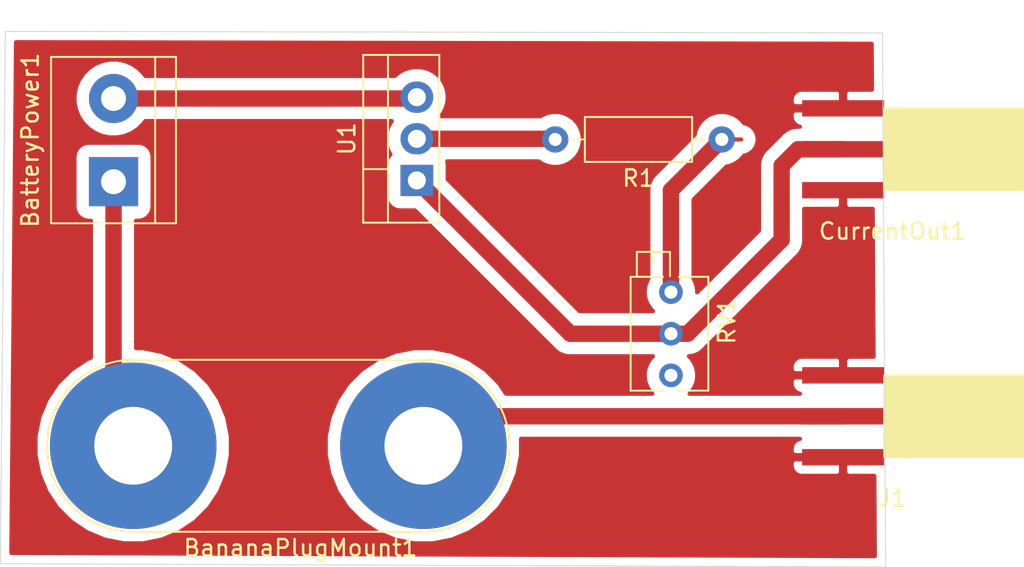
<source format=kicad_pcb>
(kicad_pcb (version 20171130) (host pcbnew 5.1.5+dfsg1-2build2)

  (general
    (thickness 1.6)
    (drawings 4)
    (tracks 19)
    (zones 0)
    (modules 7)
    (nets 9)
  )

  (page A4)
  (layers
    (0 F.Cu signal)
    (31 B.Cu signal)
    (32 B.Adhes user)
    (33 F.Adhes user)
    (34 B.Paste user)
    (35 F.Paste user)
    (36 B.SilkS user)
    (37 F.SilkS user)
    (38 B.Mask user)
    (39 F.Mask user)
    (40 Dwgs.User user)
    (41 Cmts.User user)
    (42 Eco1.User user)
    (43 Eco2.User user)
    (44 Edge.Cuts user)
    (45 Margin user)
    (46 B.CrtYd user)
    (47 F.CrtYd user)
    (48 B.Fab user)
    (49 F.Fab user)
  )

  (setup
    (last_trace_width 1)
    (trace_clearance 0.75)
    (zone_clearance 0.508)
    (zone_45_only no)
    (trace_min 0.2)
    (via_size 0.8)
    (via_drill 0.4)
    (via_min_size 0.4)
    (via_min_drill 0.3)
    (uvia_size 0.3)
    (uvia_drill 0.1)
    (uvias_allowed no)
    (uvia_min_size 0.2)
    (uvia_min_drill 0.1)
    (edge_width 0.05)
    (segment_width 0.2)
    (pcb_text_width 0.3)
    (pcb_text_size 1.5 1.5)
    (mod_edge_width 0.12)
    (mod_text_size 1 1)
    (mod_text_width 0.15)
    (pad_size 10.16 10.16)
    (pad_drill 4.75)
    (pad_to_mask_clearance 0.05)
    (aux_axis_origin 0 0)
    (visible_elements FFFFFF7F)
    (pcbplotparams
      (layerselection 0x01000_7fffffff)
      (usegerberextensions false)
      (usegerberattributes true)
      (usegerberadvancedattributes true)
      (creategerberjobfile true)
      (excludeedgelayer true)
      (linewidth 0.100000)
      (plotframeref false)
      (viasonmask false)
      (mode 1)
      (useauxorigin false)
      (hpglpennumber 1)
      (hpglpenspeed 20)
      (hpglpendiameter 15.000000)
      (psnegative false)
      (psa4output false)
      (plotreference true)
      (plotvalue true)
      (plotinvisibletext false)
      (padsonsilk false)
      (subtractmaskfromsilk false)
      (outputformat 1)
      (mirror false)
      (drillshape 0)
      (scaleselection 1)
      (outputdirectory ""))
  )

  (net 0 "")
  (net 1 "Net-(BananaPlugMount1-Pad2)")
  (net 2 "Net-(BananaPlugMount1-Pad1)")
  (net 3 "Net-(BatteryPower1-Pad2)")
  (net 4 "Net-(R1-Pad2)")
  (net 5 "Net-(R1-Pad1)")
  (net 6 "Net-(RV1-Pad1)")
  (net 7 GND)
  (net 8 "Net-(CurrentOut1-Pad1)")

  (net_class Default "This is the default net class."
    (clearance 0.75)
    (trace_width 1)
    (via_dia 0.8)
    (via_drill 0.4)
    (uvia_dia 0.3)
    (uvia_drill 0.1)
    (add_net GND)
    (add_net "Net-(BananaPlugMount1-Pad1)")
    (add_net "Net-(BananaPlugMount1-Pad2)")
    (add_net "Net-(BatteryPower1-Pad2)")
    (add_net "Net-(CurrentOut1-Pad1)")
    (add_net "Net-(R1-Pad1)")
    (add_net "Net-(R1-Pad2)")
    (add_net "Net-(RV1-Pad1)")
  )

  (module Potentiometer_THT:Potentiometer_Bourns_3266Z_Horizontal (layer F.Cu) (tedit 5A3D4994) (tstamp 625560C4)
    (at 110.5 150.8 270)
    (descr "Potentiometer, horizontal, Bourns 3266Z, https://www.bourns.com/docs/Product-Datasheets/3266.pdf")
    (tags "Potentiometer horizontal Bourns 3266Z")
    (path /6255359D)
    (fp_text reference RV1 (at -3.3 -3.41 90) (layer F.SilkS)
      (effects (font (size 1 1) (thickness 0.15)))
    )
    (fp_text value R_POT_TRIM_US (at -3.3 3.59 90) (layer F.Fab)
      (effects (font (size 1 1) (thickness 0.15)))
    )
    (fp_text user %R (at -2.54 0.09 90) (layer F.Fab)
      (effects (font (size 1 1) (thickness 0.15)))
    )
    (fp_line (start -5.895 -2.16) (end -5.895 2.34) (layer F.Fab) (width 0.1))
    (fp_line (start -5.895 2.34) (end 0.815 2.34) (layer F.Fab) (width 0.1))
    (fp_line (start 0.815 2.34) (end 0.815 -2.16) (layer F.Fab) (width 0.1))
    (fp_line (start 0.815 -2.16) (end -5.895 -2.16) (layer F.Fab) (width 0.1))
    (fp_line (start -7.415 0.18) (end -7.415 1.96) (layer F.Fab) (width 0.1))
    (fp_line (start -7.415 1.96) (end -5.895 1.96) (layer F.Fab) (width 0.1))
    (fp_line (start -5.895 1.96) (end -5.895 0.18) (layer F.Fab) (width 0.1))
    (fp_line (start -5.895 0.18) (end -7.415 0.18) (layer F.Fab) (width 0.1))
    (fp_line (start -7.415 1.07) (end -6.655 1.07) (layer F.Fab) (width 0.1))
    (fp_line (start -6.015 -2.28) (end 0.935 -2.28) (layer F.SilkS) (width 0.12))
    (fp_line (start -6.015 2.46) (end 0.935 2.46) (layer F.SilkS) (width 0.12))
    (fp_line (start -6.015 -2.28) (end -6.015 -0.494) (layer F.SilkS) (width 0.12))
    (fp_line (start -6.015 0.496) (end -6.015 2.46) (layer F.SilkS) (width 0.12))
    (fp_line (start 0.935 -2.28) (end 0.935 -0.494) (layer F.SilkS) (width 0.12))
    (fp_line (start 0.935 0.496) (end 0.935 2.46) (layer F.SilkS) (width 0.12))
    (fp_line (start -7.535 0.06) (end -6.056 0.06) (layer F.SilkS) (width 0.12))
    (fp_line (start -7.535 2.08) (end -6.016 2.08) (layer F.SilkS) (width 0.12))
    (fp_line (start -7.535 0.06) (end -7.535 2.08) (layer F.SilkS) (width 0.12))
    (fp_line (start -6.016 0.496) (end -6.016 2.08) (layer F.SilkS) (width 0.12))
    (fp_line (start -7.535 1.07) (end -6.776 1.07) (layer F.SilkS) (width 0.12))
    (fp_line (start -7.7 -2.45) (end -7.7 2.6) (layer F.CrtYd) (width 0.05))
    (fp_line (start -7.7 2.6) (end 1.1 2.6) (layer F.CrtYd) (width 0.05))
    (fp_line (start 1.1 2.6) (end 1.1 -2.45) (layer F.CrtYd) (width 0.05))
    (fp_line (start 1.1 -2.45) (end -7.7 -2.45) (layer F.CrtYd) (width 0.05))
    (pad 3 thru_hole circle (at -5.08 0 270) (size 1.44 1.44) (drill 0.8) (layers *.Cu *.Mask)
      (net 5 "Net-(R1-Pad1)"))
    (pad 2 thru_hole circle (at -2.54 0 270) (size 1.44 1.44) (drill 0.8) (layers *.Cu *.Mask)
      (net 8 "Net-(CurrentOut1-Pad1)"))
    (pad 1 thru_hole circle (at 0 0 270) (size 1.44 1.44) (drill 0.8) (layers *.Cu *.Mask)
      (net 6 "Net-(RV1-Pad1)"))
    (model ${KISYS3DMOD}/Potentiometer_THT.3dshapes/Potentiometer_Bourns_3266Z_Horizontal.wrl
      (at (xyz 0 0 0))
      (scale (xyz 1 1 1))
      (rotate (xyz 0 0 0))
    )
  )

  (module custom-footprints:amazon-sma-connector (layer F.Cu) (tedit 6248B7DA) (tstamp 62556A88)
    (at 124 158.8 180)
    (path /62564425)
    (fp_text reference J1 (at 0 0.5) (layer F.SilkS)
      (effects (font (size 1 1) (thickness 0.15)))
    )
    (fp_text value Conn_Coaxial (at 0 -0.5) (layer F.Fab)
      (effects (font (size 1 1) (thickness 0.15)))
    )
    (fp_poly (pts (xy 0.5 8) (xy -8 8) (xy -8 3) (xy 0.5 3)) (layer F.SilkS) (width 0.1))
    (pad 2 connect rect (at 3 8 180) (size 5 1) (layers F.Cu F.Mask)
      (net 7 GND))
    (pad 1 connect rect (at 3 5.5 180) (size 5 1) (layers F.Cu F.Mask)
      (net 2 "Net-(BananaPlugMount1-Pad1)"))
    (pad 2 connect rect (at 3 3 180) (size 5 1) (layers F.Cu F.Mask)
      (net 7 GND))
  )

  (module custom-footprints:amazon-sma-connector (layer F.Cu) (tedit 6248B7DA) (tstamp 62556A80)
    (at 124 142.5 180)
    (path /625613FD)
    (fp_text reference CurrentOut1 (at 0 0.5) (layer F.SilkS)
      (effects (font (size 1 1) (thickness 0.15)))
    )
    (fp_text value Conn_Coaxial (at 0 -0.5) (layer F.Fab)
      (effects (font (size 1 1) (thickness 0.15)))
    )
    (fp_poly (pts (xy 0.5 8) (xy -8 8) (xy -8 3) (xy 0.5 3)) (layer F.SilkS) (width 0.1))
    (pad 2 connect rect (at 3 8 180) (size 5 1) (layers F.Cu F.Mask)
      (net 7 GND))
    (pad 1 connect rect (at 3 5.5 180) (size 5 1) (layers F.Cu F.Mask)
      (net 8 "Net-(CurrentOut1-Pad1)"))
    (pad 2 connect rect (at 3 3 180) (size 5 1) (layers F.Cu F.Mask)
      (net 7 GND))
  )

  (module Package_TO_SOT_THT:TO-220-3_Vertical (layer F.Cu) (tedit 5AC8BA0D) (tstamp 625560DE)
    (at 95 138.9 90)
    (descr "TO-220-3, Vertical, RM 2.54mm, see https://www.vishay.com/docs/66542/to-220-1.pdf")
    (tags "TO-220-3 Vertical RM 2.54mm")
    (path /625509C6)
    (fp_text reference U1 (at 2.54 -4.27 90) (layer F.SilkS)
      (effects (font (size 1 1) (thickness 0.15)))
    )
    (fp_text value LM317_TO-220 (at 2.54 2.5 90) (layer F.Fab)
      (effects (font (size 1 1) (thickness 0.15)))
    )
    (fp_text user %R (at 2.54 -4.27 90) (layer F.Fab)
      (effects (font (size 1 1) (thickness 0.15)))
    )
    (fp_line (start -2.46 -3.15) (end -2.46 1.25) (layer F.Fab) (width 0.1))
    (fp_line (start -2.46 1.25) (end 7.54 1.25) (layer F.Fab) (width 0.1))
    (fp_line (start 7.54 1.25) (end 7.54 -3.15) (layer F.Fab) (width 0.1))
    (fp_line (start 7.54 -3.15) (end -2.46 -3.15) (layer F.Fab) (width 0.1))
    (fp_line (start -2.46 -1.88) (end 7.54 -1.88) (layer F.Fab) (width 0.1))
    (fp_line (start 0.69 -3.15) (end 0.69 -1.88) (layer F.Fab) (width 0.1))
    (fp_line (start 4.39 -3.15) (end 4.39 -1.88) (layer F.Fab) (width 0.1))
    (fp_line (start -2.58 -3.27) (end 7.66 -3.27) (layer F.SilkS) (width 0.12))
    (fp_line (start -2.58 1.371) (end 7.66 1.371) (layer F.SilkS) (width 0.12))
    (fp_line (start -2.58 -3.27) (end -2.58 1.371) (layer F.SilkS) (width 0.12))
    (fp_line (start 7.66 -3.27) (end 7.66 1.371) (layer F.SilkS) (width 0.12))
    (fp_line (start -2.58 -1.76) (end 7.66 -1.76) (layer F.SilkS) (width 0.12))
    (fp_line (start 0.69 -3.27) (end 0.69 -1.76) (layer F.SilkS) (width 0.12))
    (fp_line (start 4.391 -3.27) (end 4.391 -1.76) (layer F.SilkS) (width 0.12))
    (fp_line (start -2.71 -3.4) (end -2.71 1.51) (layer F.CrtYd) (width 0.05))
    (fp_line (start -2.71 1.51) (end 7.79 1.51) (layer F.CrtYd) (width 0.05))
    (fp_line (start 7.79 1.51) (end 7.79 -3.4) (layer F.CrtYd) (width 0.05))
    (fp_line (start 7.79 -3.4) (end -2.71 -3.4) (layer F.CrtYd) (width 0.05))
    (pad 3 thru_hole oval (at 5.08 0 90) (size 1.905 2) (drill 1.1) (layers *.Cu *.Mask)
      (net 3 "Net-(BatteryPower1-Pad2)"))
    (pad 2 thru_hole oval (at 2.54 0 90) (size 1.905 2) (drill 1.1) (layers *.Cu *.Mask)
      (net 4 "Net-(R1-Pad2)"))
    (pad 1 thru_hole rect (at 0 0 90) (size 1.905 2) (drill 1.1) (layers *.Cu *.Mask)
      (net 8 "Net-(CurrentOut1-Pad1)"))
    (model ${KISYS3DMOD}/Package_TO_SOT_THT.3dshapes/TO-220-3_Vertical.wrl
      (at (xyz 0 0 0))
      (scale (xyz 1 1 1))
      (rotate (xyz 0 0 0))
    )
  )

  (module Resistor_THT:R_Axial_DIN0207_L6.3mm_D2.5mm_P10.16mm_Horizontal (layer F.Cu) (tedit 5AE5139B) (tstamp 625560A4)
    (at 113.6 136.4 180)
    (descr "Resistor, Axial_DIN0207 series, Axial, Horizontal, pin pitch=10.16mm, 0.25W = 1/4W, length*diameter=6.3*2.5mm^2, http://cdn-reichelt.de/documents/datenblatt/B400/1_4W%23YAG.pdf")
    (tags "Resistor Axial_DIN0207 series Axial Horizontal pin pitch 10.16mm 0.25W = 1/4W length 6.3mm diameter 2.5mm")
    (path /625559F2)
    (fp_text reference R1 (at 5.08 -2.37) (layer F.SilkS)
      (effects (font (size 1 1) (thickness 0.15)))
    )
    (fp_text value R_Small_US (at 5.08 2.37) (layer F.Fab)
      (effects (font (size 1 1) (thickness 0.15)))
    )
    (fp_text user %R (at 5.08 0) (layer F.Fab)
      (effects (font (size 1 1) (thickness 0.15)))
    )
    (fp_line (start 1.93 -1.25) (end 1.93 1.25) (layer F.Fab) (width 0.1))
    (fp_line (start 1.93 1.25) (end 8.23 1.25) (layer F.Fab) (width 0.1))
    (fp_line (start 8.23 1.25) (end 8.23 -1.25) (layer F.Fab) (width 0.1))
    (fp_line (start 8.23 -1.25) (end 1.93 -1.25) (layer F.Fab) (width 0.1))
    (fp_line (start 0 0) (end 1.93 0) (layer F.Fab) (width 0.1))
    (fp_line (start 10.16 0) (end 8.23 0) (layer F.Fab) (width 0.1))
    (fp_line (start 1.81 -1.37) (end 1.81 1.37) (layer F.SilkS) (width 0.12))
    (fp_line (start 1.81 1.37) (end 8.35 1.37) (layer F.SilkS) (width 0.12))
    (fp_line (start 8.35 1.37) (end 8.35 -1.37) (layer F.SilkS) (width 0.12))
    (fp_line (start 8.35 -1.37) (end 1.81 -1.37) (layer F.SilkS) (width 0.12))
    (fp_line (start 1.04 0) (end 1.81 0) (layer F.SilkS) (width 0.12))
    (fp_line (start 9.12 0) (end 8.35 0) (layer F.SilkS) (width 0.12))
    (fp_line (start -1.05 -1.5) (end -1.05 1.5) (layer F.CrtYd) (width 0.05))
    (fp_line (start -1.05 1.5) (end 11.21 1.5) (layer F.CrtYd) (width 0.05))
    (fp_line (start 11.21 1.5) (end 11.21 -1.5) (layer F.CrtYd) (width 0.05))
    (fp_line (start 11.21 -1.5) (end -1.05 -1.5) (layer F.CrtYd) (width 0.05))
    (pad 2 thru_hole oval (at 10.16 0 180) (size 1.6 1.6) (drill 0.8) (layers *.Cu *.Mask)
      (net 4 "Net-(R1-Pad2)"))
    (pad 1 thru_hole circle (at 0 0 180) (size 1.6 1.6) (drill 0.8) (layers *.Cu *.Mask)
      (net 5 "Net-(R1-Pad1)"))
    (model ${KISYS3DMOD}/Resistor_THT.3dshapes/R_Axial_DIN0207_L6.3mm_D2.5mm_P10.16mm_Horizontal.wrl
      (at (xyz 0 0 0))
      (scale (xyz 1 1 1))
      (rotate (xyz 0 0 0))
    )
  )

  (module TerminalBlock:TerminalBlock_bornier-2_P5.08mm (layer F.Cu) (tedit 59FF03AB) (tstamp 6255608D)
    (at 76.5 138.98 90)
    (descr "simple 2-pin terminal block, pitch 5.08mm, revamped version of bornier2")
    (tags "terminal block bornier2")
    (path /6254F4E7)
    (fp_text reference BatteryPower1 (at 2.54 -5.08 90) (layer F.SilkS)
      (effects (font (size 1 1) (thickness 0.15)))
    )
    (fp_text value Screw_Terminal_01x02 (at 2.54 5.08 90) (layer F.Fab)
      (effects (font (size 1 1) (thickness 0.15)))
    )
    (fp_text user %R (at 2.54 0 90) (layer F.Fab)
      (effects (font (size 1 1) (thickness 0.15)))
    )
    (fp_line (start -2.41 2.55) (end 7.49 2.55) (layer F.Fab) (width 0.1))
    (fp_line (start -2.46 -3.75) (end -2.46 3.75) (layer F.Fab) (width 0.1))
    (fp_line (start -2.46 3.75) (end 7.54 3.75) (layer F.Fab) (width 0.1))
    (fp_line (start 7.54 3.75) (end 7.54 -3.75) (layer F.Fab) (width 0.1))
    (fp_line (start 7.54 -3.75) (end -2.46 -3.75) (layer F.Fab) (width 0.1))
    (fp_line (start 7.62 2.54) (end -2.54 2.54) (layer F.SilkS) (width 0.12))
    (fp_line (start 7.62 3.81) (end 7.62 -3.81) (layer F.SilkS) (width 0.12))
    (fp_line (start 7.62 -3.81) (end -2.54 -3.81) (layer F.SilkS) (width 0.12))
    (fp_line (start -2.54 -3.81) (end -2.54 3.81) (layer F.SilkS) (width 0.12))
    (fp_line (start -2.54 3.81) (end 7.62 3.81) (layer F.SilkS) (width 0.12))
    (fp_line (start -2.71 -4) (end 7.79 -4) (layer F.CrtYd) (width 0.05))
    (fp_line (start -2.71 -4) (end -2.71 4) (layer F.CrtYd) (width 0.05))
    (fp_line (start 7.79 4) (end 7.79 -4) (layer F.CrtYd) (width 0.05))
    (fp_line (start 7.79 4) (end -2.71 4) (layer F.CrtYd) (width 0.05))
    (pad 2 thru_hole circle (at 5.08 0 90) (size 3 3) (drill 1.52) (layers *.Cu *.Mask)
      (net 3 "Net-(BatteryPower1-Pad2)"))
    (pad 1 thru_hole rect (at 0 0 90) (size 3 3) (drill 1.52) (layers *.Cu *.Mask)
      (net 1 "Net-(BananaPlugMount1-Pad2)"))
    (model ${KISYS3DMOD}/TerminalBlock.3dshapes/TerminalBlock_bornier-2_P5.08mm.wrl
      (offset (xyz 2.539999961853027 0 0))
      (scale (xyz 1 1 1))
      (rotate (xyz 0 0 0))
    )
  )

  (module custom-footprints:Amazon_Banana_Jack_2Pin (layer F.Cu) (tedit 625599A9) (tstamp 62556078)
    (at 95.4 155.1 180)
    (descr "Dual banana socket, footprint - 2 x 6mm drills")
    (tags "banana socket")
    (path /6254FBAE)
    (fp_text reference BananaPlugMount1 (at 7.5 -6.24) (layer F.SilkS)
      (effects (font (size 1 1) (thickness 0.15)))
    )
    (fp_text value Screw_Terminal_01x02 (at 7.5 6.29) (layer F.Fab)
      (effects (font (size 1 1) (thickness 0.15)))
    )
    (fp_arc (start 0 0) (end 0 5.5) (angle 180) (layer F.CrtYd) (width 0.05))
    (fp_arc (start 17.7 0) (end 17.7 -5.5) (angle 180) (layer F.CrtYd) (width 0.05))
    (fp_arc (start 17.7 0) (end 17.7 -5.25) (angle 180) (layer F.SilkS) (width 0.12))
    (fp_arc (start 0 0) (end 0 5.25) (angle 180) (layer F.SilkS) (width 0.12))
    (fp_line (start 17.7 -5.5) (end 0 -5.5) (layer F.CrtYd) (width 0.05))
    (fp_line (start 0 5.5) (end 17.7 5.5) (layer F.CrtYd) (width 0.05))
    (fp_line (start 0 5.25) (end 17.7 5.25) (layer F.SilkS) (width 0.12))
    (fp_line (start 17.7 -5.25) (end 0 -5.25) (layer F.SilkS) (width 0.12))
    (fp_circle (center 17.7 0) (end 19.7 0) (layer F.Fab) (width 0.1))
    (fp_circle (center 0 0) (end 2 0) (layer F.Fab) (width 0.1))
    (fp_circle (center 0 0) (end 4.75 0) (layer F.Fab) (width 0.1))
    (fp_circle (center 17.7 0) (end 22.45 0) (layer F.Fab) (width 0.1))
    (pad 1 thru_hole circle (at 0 0 180) (size 10.16 10.16) (drill 4.75) (layers *.Cu *.Mask)
      (net 2 "Net-(BananaPlugMount1-Pad1)"))
    (pad 2 thru_hole circle (at 17.7 0 180) (size 10.16 10.16) (drill 4.75) (layers *.Cu *.Mask)
      (net 1 "Net-(BananaPlugMount1-Pad2)"))
    (model ${KISYS3DMOD}/Connector.3dshapes/Banana_Jack_2Pin.wrl
      (offset (xyz 14.98599977493286 0 0))
      (scale (xyz 2 2 2))
      (rotate (xyz 0 0 0))
    )
  )

  (gr_line (start 69.6 162.3) (end 69.9 129.8) (layer Edge.Cuts) (width 0.05) (tstamp 62556D37))
  (gr_line (start 123.6 162.5) (end 69.6 162.3) (layer Edge.Cuts) (width 0.05))
  (gr_line (start 123.4 129.9) (end 123.6 162.5) (layer Edge.Cuts) (width 0.05))
  (gr_line (start 69.9 129.8) (end 123.4 129.9) (layer Edge.Cuts) (width 0.05))

  (segment (start 76.5 140.7) (end 76.5 138.98) (width 0.25) (layer F.Cu) (net 1))
  (segment (start 76.5 153.9) (end 77.7 155.1) (width 1) (layer F.Cu) (net 1))
  (segment (start 76.5 138.98) (end 76.5 153.9) (width 1) (layer F.Cu) (net 1))
  (segment (start 97.2 153.3) (end 95.4 155.1) (width 1) (layer F.Cu) (net 2))
  (segment (start 121 153.3) (end 97.2 153.3) (width 1) (layer F.Cu) (net 2))
  (segment (start 94.92 133.9) (end 95 133.82) (width 1) (layer F.Cu) (net 3))
  (segment (start 76.5 133.9) (end 94.92 133.9) (width 1) (layer F.Cu) (net 3))
  (segment (start 103.4 136.36) (end 103.44 136.4) (width 1) (layer F.Cu) (net 4))
  (segment (start 95 136.36) (end 103.4 136.36) (width 1) (layer F.Cu) (net 4))
  (segment (start 113.6 136.4) (end 114.78 136.4) (width 0.25) (layer F.Cu) (net 5))
  (segment (start 110.5 139.5) (end 113.6 136.4) (width 1) (layer F.Cu) (net 5))
  (segment (start 110.5 145.72) (end 110.5 139.5) (width 1) (layer F.Cu) (net 5))
  (segment (start 104.36 148.26) (end 110.5 148.26) (width 1) (layer F.Cu) (net 8))
  (segment (start 95 138.9) (end 104.36 148.26) (width 1) (layer F.Cu) (net 8))
  (segment (start 118.249998 137) (end 121 137) (width 1) (layer F.Cu) (net 8))
  (segment (start 117.249999 137.999999) (end 118.249998 137) (width 1) (layer F.Cu) (net 8))
  (segment (start 117.249999 142.528234) (end 117.249999 137.999999) (width 1) (layer F.Cu) (net 8))
  (segment (start 111.518233 148.26) (end 117.249999 142.528234) (width 1) (layer F.Cu) (net 8))
  (segment (start 110.5 148.26) (end 111.518233 148.26) (width 1) (layer F.Cu) (net 8))

  (zone (net 7) (net_name GND) (layer F.Cu) (tstamp 62559A22) (hatch edge 0.508)
    (connect_pads (clearance 0.508))
    (min_thickness 0.254)
    (fill yes (arc_segments 32) (thermal_gap 0.508) (thermal_bridge_width 0.508))
    (polygon
      (pts
        (xy 123.6 162.5) (xy 69.6 162.3) (xy 69.9 129.9) (xy 123.4 129.9)
      )
    )
    (filled_polygon
      (pts
        (xy 122.74403 130.558775) (xy 122.761233 133.362953) (xy 121.28575 133.365) (xy 121.127 133.52375) (xy 121.127 134.373)
        (xy 121.147 134.373) (xy 121.147 134.627) (xy 121.127 134.627) (xy 121.127 134.647) (xy 120.873 134.647)
        (xy 120.873 134.627) (xy 118.02375 134.627) (xy 117.865 134.78575) (xy 117.861928 135) (xy 117.874188 135.124482)
        (xy 117.910498 135.24418) (xy 117.969463 135.354494) (xy 118.048815 135.451185) (xy 118.145506 135.530537) (xy 118.25582 135.589502)
        (xy 118.366248 135.623) (xy 118.317634 135.623) (xy 118.249997 135.616338) (xy 118.18236 135.623) (xy 118.182358 135.623)
        (xy 117.980059 135.642925) (xy 117.720493 135.721663) (xy 117.481277 135.849527) (xy 117.271601 136.021603) (xy 117.228481 136.074145)
        (xy 116.324144 136.978483) (xy 116.271603 137.021602) (xy 116.183693 137.128721) (xy 116.099527 137.231278) (xy 115.971662 137.470495)
        (xy 115.892924 137.73006) (xy 115.866337 137.999999) (xy 115.873 138.067648) (xy 115.872999 141.957862) (xy 112.097 145.733862)
        (xy 112.097 145.562709) (xy 112.035628 145.254172) (xy 111.915243 144.963537) (xy 111.877 144.906302) (xy 111.877 140.070371)
        (xy 113.896494 138.050878) (xy 114.089163 138.012554) (xy 114.394357 137.886138) (xy 114.669025 137.702611) (xy 114.902611 137.469025)
        (xy 114.95572 137.389541) (xy 114.976426 137.387502) (xy 115.165304 137.330206) (xy 115.339375 137.237164) (xy 115.491949 137.111949)
        (xy 115.617164 136.959375) (xy 115.710206 136.785304) (xy 115.767502 136.596426) (xy 115.786848 136.4) (xy 115.767502 136.203574)
        (xy 115.710206 136.014696) (xy 115.617164 135.840625) (xy 115.491949 135.688051) (xy 115.339375 135.562836) (xy 115.165304 135.469794)
        (xy 114.976426 135.412498) (xy 114.95572 135.410459) (xy 114.902611 135.330975) (xy 114.669025 135.097389) (xy 114.394357 134.913862)
        (xy 114.089163 134.787446) (xy 113.76517 134.723) (xy 113.43483 134.723) (xy 113.110837 134.787446) (xy 112.805643 134.913862)
        (xy 112.530975 135.097389) (xy 112.297389 135.330975) (xy 112.113862 135.605643) (xy 111.987446 135.910837) (xy 111.949122 136.103506)
        (xy 109.574146 138.478483) (xy 109.521604 138.521603) (xy 109.432595 138.630061) (xy 109.349528 138.731279) (xy 109.221663 138.970496)
        (xy 109.142925 139.230061) (xy 109.116338 139.5) (xy 109.123001 139.56765) (xy 109.123 144.906302) (xy 109.084757 144.963537)
        (xy 108.964372 145.254172) (xy 108.903 145.562709) (xy 108.903 145.877291) (xy 108.964372 146.185828) (xy 109.084757 146.476463)
        (xy 109.259529 146.738028) (xy 109.404501 146.883) (xy 104.930372 146.883) (xy 96.881243 138.833872) (xy 96.881243 137.9475)
        (xy 96.86431 137.775578) (xy 96.852607 137.737) (xy 102.422442 137.737) (xy 102.645643 137.886138) (xy 102.950837 138.012554)
        (xy 103.27483 138.077) (xy 103.60517 138.077) (xy 103.929163 138.012554) (xy 104.234357 137.886138) (xy 104.509025 137.702611)
        (xy 104.742611 137.469025) (xy 104.926138 137.194357) (xy 105.052554 136.889163) (xy 105.117 136.56517) (xy 105.117 136.23483)
        (xy 105.052554 135.910837) (xy 104.926138 135.605643) (xy 104.742611 135.330975) (xy 104.509025 135.097389) (xy 104.234357 134.913862)
        (xy 103.929163 134.787446) (xy 103.60517 134.723) (xy 103.27483 134.723) (xy 102.950837 134.787446) (xy 102.645643 134.913862)
        (xy 102.542171 134.983) (xy 96.459771 134.983) (xy 96.576034 134.841334) (xy 96.745916 134.523507) (xy 96.850529 134.178645)
        (xy 96.868123 134) (xy 117.861928 134) (xy 117.865 134.21425) (xy 118.02375 134.373) (xy 120.873 134.373)
        (xy 120.873 133.52375) (xy 120.71425 133.365) (xy 118.5 133.361928) (xy 118.375518 133.374188) (xy 118.25582 133.410498)
        (xy 118.145506 133.469463) (xy 118.048815 133.548815) (xy 117.969463 133.645506) (xy 117.910498 133.75582) (xy 117.874188 133.875518)
        (xy 117.861928 134) (xy 96.868123 134) (xy 96.885852 133.82) (xy 96.850529 133.461355) (xy 96.745916 133.116493)
        (xy 96.576034 132.798666) (xy 96.347411 132.520089) (xy 96.068834 132.291466) (xy 95.751007 132.121584) (xy 95.406145 132.016971)
        (xy 95.137377 131.9905) (xy 94.862623 131.9905) (xy 94.593855 132.016971) (xy 94.248993 132.121584) (xy 93.931166 132.291466)
        (xy 93.652589 132.520089) (xy 93.6502 132.523) (xy 78.438711 132.523) (xy 78.346336 132.384751) (xy 78.015249 132.053664)
        (xy 77.625932 131.79353) (xy 77.193345 131.614347) (xy 76.734114 131.523) (xy 76.265886 131.523) (xy 75.806655 131.614347)
        (xy 75.374068 131.79353) (xy 74.984751 132.053664) (xy 74.653664 132.384751) (xy 74.39353 132.774068) (xy 74.214347 133.206655)
        (xy 74.123 133.665886) (xy 74.123 134.134114) (xy 74.214347 134.593345) (xy 74.39353 135.025932) (xy 74.653664 135.415249)
        (xy 74.984751 135.746336) (xy 75.374068 136.00647) (xy 75.806655 136.185653) (xy 76.265886 136.277) (xy 76.734114 136.277)
        (xy 77.193345 136.185653) (xy 77.625932 136.00647) (xy 78.015249 135.746336) (xy 78.346336 135.415249) (xy 78.438711 135.277)
        (xy 93.474574 135.277) (xy 93.423966 135.338666) (xy 93.254084 135.656493) (xy 93.149471 136.001355) (xy 93.114148 136.36)
        (xy 93.149471 136.718645) (xy 93.254084 137.063507) (xy 93.38844 137.314869) (xy 93.376867 137.324367) (xy 93.267273 137.457908)
        (xy 93.185838 137.610263) (xy 93.13569 137.775578) (xy 93.118757 137.9475) (xy 93.118757 139.8525) (xy 93.13569 140.024422)
        (xy 93.185838 140.189737) (xy 93.267273 140.342092) (xy 93.376867 140.475633) (xy 93.510408 140.585227) (xy 93.662763 140.666662)
        (xy 93.828078 140.71681) (xy 94 140.733743) (xy 94.886372 140.733743) (xy 103.338483 149.185855) (xy 103.381603 149.238397)
        (xy 103.591279 149.410473) (xy 103.759653 149.500471) (xy 103.830495 149.538337) (xy 104.09006 149.617075) (xy 104.36 149.643662)
        (xy 104.42764 149.637) (xy 109.404501 149.637) (xy 109.259529 149.781972) (xy 109.084757 150.043537) (xy 108.964372 150.334172)
        (xy 108.903 150.642709) (xy 108.903 150.957291) (xy 108.964372 151.265828) (xy 109.084757 151.556463) (xy 109.259529 151.818028)
        (xy 109.364501 151.923) (xy 100.441619 151.923) (xy 100.027104 151.302634) (xy 99.197366 150.472896) (xy 98.221697 149.820975)
        (xy 97.137593 149.371925) (xy 95.986713 149.143) (xy 94.813287 149.143) (xy 93.662407 149.371925) (xy 92.578303 149.820975)
        (xy 91.602634 150.472896) (xy 90.772896 151.302634) (xy 90.120975 152.278303) (xy 89.671925 153.362407) (xy 89.443 154.513287)
        (xy 89.443 155.686713) (xy 89.671925 156.837593) (xy 90.120975 157.921697) (xy 90.772896 158.897366) (xy 91.602634 159.727104)
        (xy 92.578303 160.379025) (xy 93.662407 160.828075) (xy 94.813287 161.057) (xy 95.986713 161.057) (xy 97.137593 160.828075)
        (xy 98.221697 160.379025) (xy 99.197366 159.727104) (xy 100.027104 158.897366) (xy 100.679025 157.921697) (xy 101.128075 156.837593)
        (xy 101.235009 156.3) (xy 117.861928 156.3) (xy 117.874188 156.424482) (xy 117.910498 156.54418) (xy 117.969463 156.654494)
        (xy 118.048815 156.751185) (xy 118.145506 156.830537) (xy 118.25582 156.889502) (xy 118.375518 156.925812) (xy 118.5 156.938072)
        (xy 120.71425 156.935) (xy 120.873 156.77625) (xy 120.873 155.927) (xy 118.02375 155.927) (xy 117.865 156.08575)
        (xy 117.861928 156.3) (xy 101.235009 156.3) (xy 101.357 155.686713) (xy 101.357 154.677) (xy 118.366248 154.677)
        (xy 118.25582 154.710498) (xy 118.145506 154.769463) (xy 118.048815 154.848815) (xy 117.969463 154.945506) (xy 117.910498 155.05582)
        (xy 117.874188 155.175518) (xy 117.861928 155.3) (xy 117.865 155.51425) (xy 118.02375 155.673) (xy 120.873 155.673)
        (xy 120.873 155.653) (xy 121.127 155.653) (xy 121.127 155.673) (xy 121.147 155.673) (xy 121.147 155.927)
        (xy 121.127 155.927) (xy 121.127 156.77625) (xy 121.28575 156.935) (xy 122.905861 156.937248) (xy 122.935924 161.837536)
        (xy 70.266097 161.642463) (xy 70.331904 154.513287) (xy 71.743 154.513287) (xy 71.743 155.686713) (xy 71.971925 156.837593)
        (xy 72.420975 157.921697) (xy 73.072896 158.897366) (xy 73.902634 159.727104) (xy 74.878303 160.379025) (xy 75.962407 160.828075)
        (xy 77.113287 161.057) (xy 78.286713 161.057) (xy 79.437593 160.828075) (xy 80.521697 160.379025) (xy 81.497366 159.727104)
        (xy 82.327104 158.897366) (xy 82.979025 157.921697) (xy 83.428075 156.837593) (xy 83.657 155.686713) (xy 83.657 154.513287)
        (xy 83.428075 153.362407) (xy 82.979025 152.278303) (xy 82.327104 151.302634) (xy 81.497366 150.472896) (xy 80.521697 149.820975)
        (xy 79.437593 149.371925) (xy 78.286713 149.143) (xy 77.877 149.143) (xy 77.877 141.361243) (xy 78 141.361243)
        (xy 78.171922 141.34431) (xy 78.337237 141.294162) (xy 78.489592 141.212727) (xy 78.623133 141.103133) (xy 78.732727 140.969592)
        (xy 78.814162 140.817237) (xy 78.86431 140.651922) (xy 78.881243 140.48) (xy 78.881243 137.48) (xy 78.86431 137.308078)
        (xy 78.814162 137.142763) (xy 78.732727 136.990408) (xy 78.623133 136.856867) (xy 78.489592 136.747273) (xy 78.337237 136.665838)
        (xy 78.171922 136.61569) (xy 78 136.598757) (xy 75 136.598757) (xy 74.828078 136.61569) (xy 74.662763 136.665838)
        (xy 74.510408 136.747273) (xy 74.376867 136.856867) (xy 74.267273 136.990408) (xy 74.185838 137.142763) (xy 74.13569 137.308078)
        (xy 74.118757 137.48) (xy 74.118757 140.48) (xy 74.13569 140.651922) (xy 74.185838 140.817237) (xy 74.267273 140.969592)
        (xy 74.376867 141.103133) (xy 74.510408 141.212727) (xy 74.662763 141.294162) (xy 74.828078 141.34431) (xy 75 141.361243)
        (xy 75.123 141.361243) (xy 75.123001 149.719618) (xy 74.878303 149.820975) (xy 73.902634 150.472896) (xy 73.072896 151.302634)
        (xy 72.420975 152.278303) (xy 71.971925 153.362407) (xy 71.743 154.513287) (xy 70.331904 154.513287) (xy 70.553924 130.461223)
      )
    )
    (filled_polygon
      (pts
        (xy 121.127 139.373) (xy 121.147 139.373) (xy 121.147 139.627) (xy 121.127 139.627) (xy 121.127 140.47625)
        (xy 121.28575 140.635) (xy 122.80586 140.637109) (xy 122.861232 149.662814) (xy 121.28575 149.665) (xy 121.127 149.82375)
        (xy 121.127 150.673) (xy 121.147 150.673) (xy 121.147 150.927) (xy 121.127 150.927) (xy 121.127 150.947)
        (xy 120.873 150.947) (xy 120.873 150.927) (xy 118.02375 150.927) (xy 117.865 151.08575) (xy 117.861928 151.3)
        (xy 117.874188 151.424482) (xy 117.910498 151.54418) (xy 117.969463 151.654494) (xy 118.048815 151.751185) (xy 118.145506 151.830537)
        (xy 118.25582 151.889502) (xy 118.366248 151.923) (xy 111.635499 151.923) (xy 111.740471 151.818028) (xy 111.915243 151.556463)
        (xy 112.035628 151.265828) (xy 112.097 150.957291) (xy 112.097 150.642709) (xy 112.035628 150.334172) (xy 112.021474 150.3)
        (xy 117.861928 150.3) (xy 117.865 150.51425) (xy 118.02375 150.673) (xy 120.873 150.673) (xy 120.873 149.82375)
        (xy 120.71425 149.665) (xy 118.5 149.661928) (xy 118.375518 149.674188) (xy 118.25582 149.710498) (xy 118.145506 149.769463)
        (xy 118.048815 149.848815) (xy 117.969463 149.945506) (xy 117.910498 150.05582) (xy 117.874188 150.175518) (xy 117.861928 150.3)
        (xy 112.021474 150.3) (xy 111.915243 150.043537) (xy 111.740471 149.781972) (xy 111.594636 149.636137) (xy 111.788172 149.617075)
        (xy 112.047738 149.538337) (xy 112.286954 149.410473) (xy 112.49663 149.238397) (xy 112.539754 149.18585) (xy 118.175859 143.549746)
        (xy 118.228395 143.506631) (xy 118.400472 143.296955) (xy 118.528336 143.057739) (xy 118.607074 142.798173) (xy 118.626999 142.595874)
        (xy 118.626999 142.595872) (xy 118.633661 142.528235) (xy 118.626999 142.460598) (xy 118.626999 140.637896) (xy 120.71425 140.635)
        (xy 120.873 140.47625) (xy 120.873 139.627) (xy 120.853 139.627) (xy 120.853 139.373) (xy 120.873 139.373)
        (xy 120.873 139.353) (xy 121.127 139.353)
      )
    )
  )
)

</source>
